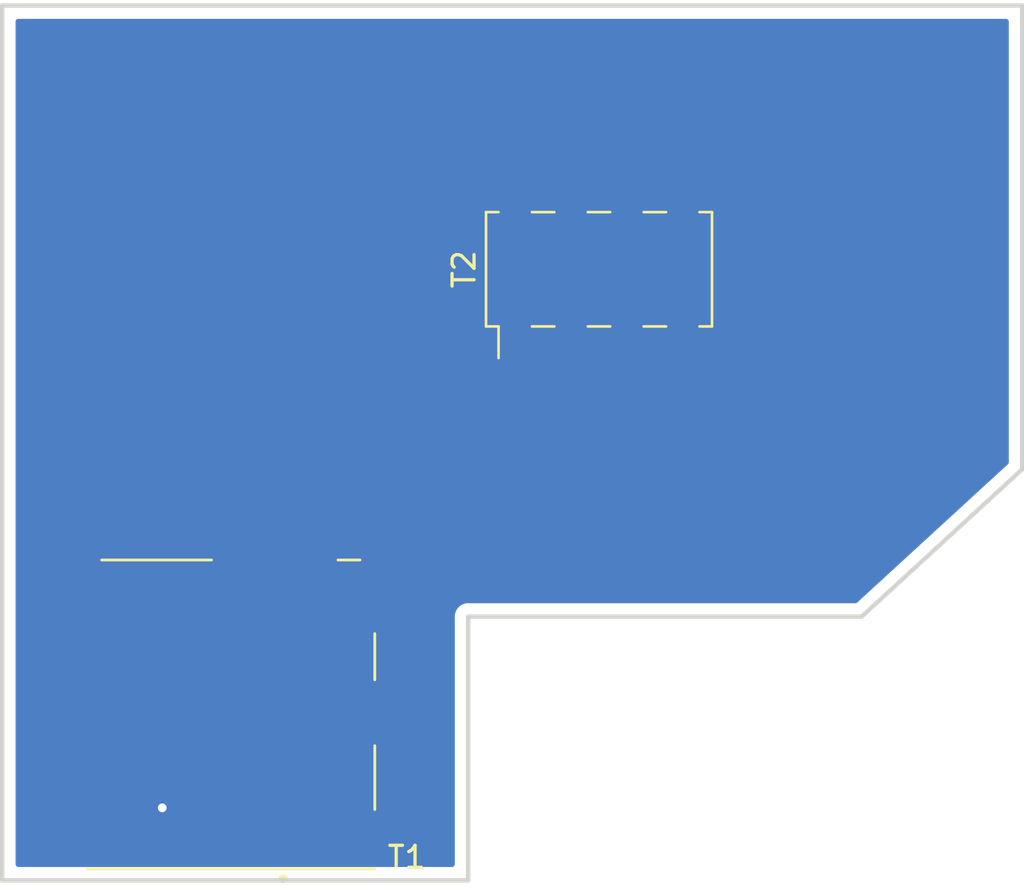
<source format=kicad_pcb>
(kicad_pcb (version 20171130) (host pcbnew "(5.1.6)-1")

  (general
    (thickness 1.6)
    (drawings 7)
    (tracks 2)
    (zones 0)
    (modules 2)
    (nets 17)
  )

  (page A4)
  (layers
    (0 F.Cu signal)
    (31 B.Cu signal)
    (32 B.Adhes user)
    (33 F.Adhes user)
    (34 B.Paste user)
    (35 F.Paste user)
    (36 B.SilkS user)
    (37 F.SilkS user)
    (38 B.Mask user)
    (39 F.Mask user)
    (40 Dwgs.User user)
    (41 Cmts.User user)
    (42 Eco1.User user)
    (43 Eco2.User user)
    (44 Edge.Cuts user)
    (45 Margin user)
    (46 B.CrtYd user)
    (47 F.CrtYd user)
    (48 B.Fab user)
    (49 F.Fab user)
  )

  (setup
    (last_trace_width 0.25)
    (trace_clearance 0.2)
    (zone_clearance 0.508)
    (zone_45_only no)
    (trace_min 0.2)
    (via_size 0.8)
    (via_drill 0.4)
    (via_min_size 0.4)
    (via_min_drill 0.3)
    (uvia_size 0.3)
    (uvia_drill 0.1)
    (uvias_allowed no)
    (uvia_min_size 0.2)
    (uvia_min_drill 0.1)
    (edge_width 0.05)
    (segment_width 0.2)
    (pcb_text_width 0.3)
    (pcb_text_size 1.5 1.5)
    (mod_edge_width 0.12)
    (mod_text_size 1 1)
    (mod_text_width 0.15)
    (pad_size 1.524 1.524)
    (pad_drill 0.762)
    (pad_to_mask_clearance 0.05)
    (aux_axis_origin 0 0)
    (visible_elements FFFFFF7F)
    (pcbplotparams
      (layerselection 0x010fc_ffffffff)
      (usegerberextensions false)
      (usegerberattributes true)
      (usegerberadvancedattributes true)
      (creategerberjobfile true)
      (excludeedgelayer true)
      (linewidth 0.100000)
      (plotframeref false)
      (viasonmask false)
      (mode 1)
      (useauxorigin false)
      (hpglpennumber 1)
      (hpglpenspeed 20)
      (hpglpendiameter 15.000000)
      (psnegative false)
      (psa4output false)
      (plotreference true)
      (plotvalue true)
      (plotinvisibletext false)
      (padsonsilk false)
      (subtractmaskfromsilk false)
      (outputformat 1)
      (mirror false)
      (drillshape 1)
      (scaleselection 1)
      (outputdirectory ""))
  )

  (net 0 "")
  (net 1 "Net-(T1-Pad8)")
  (net 2 "Net-(T1-Pad7)")
  (net 3 "Net-(T1-Pad5)")
  (net 4 "Net-(T1-Pad4)")
  (net 5 "Net-(T1-Pad3)")
  (net 6 "Net-(T1-Pad2)")
  (net 7 "Net-(T1-Pad1)")
  (net 8 "Net-(T2-Pad1)")
  (net 9 "Net-(T2-Pad2)")
  (net 10 "Net-(T2-Pad3)")
  (net 11 "Net-(T2-Pad4)")
  (net 12 "Net-(T2-Pad5)")
  (net 13 "Net-(T2-Pad6)")
  (net 14 "Net-(T2-Pad7)")
  (net 15 "Net-(T2-Pad8)")
  (net 16 GND)

  (net_class Default "This is the default net class."
    (clearance 0.2)
    (trace_width 0.25)
    (via_dia 0.8)
    (via_drill 0.4)
    (uvia_dia 0.3)
    (uvia_drill 0.1)
    (add_net GND)
    (add_net "Net-(T1-Pad1)")
    (add_net "Net-(T1-Pad2)")
    (add_net "Net-(T1-Pad3)")
    (add_net "Net-(T1-Pad4)")
    (add_net "Net-(T1-Pad5)")
    (add_net "Net-(T1-Pad7)")
    (add_net "Net-(T1-Pad8)")
    (add_net "Net-(T2-Pad1)")
    (add_net "Net-(T2-Pad2)")
    (add_net "Net-(T2-Pad3)")
    (add_net "Net-(T2-Pad4)")
    (add_net "Net-(T2-Pad5)")
    (add_net "Net-(T2-Pad6)")
    (add_net "Net-(T2-Pad7)")
    (add_net "Net-(T2-Pad8)")
  )

  (module AVR-KiCAD-Lib-Connectors:TSM-104-01-S-DV_2x04_Pitch2.54mm_SMD (layer F.Cu) (tedit 5F386BD8) (tstamp 5F3880E5)
    (at 130.75 112 90)
    (descr "surface-mounted straight pin header, 2x04, 2.54mm pitch, double rows")
    (tags "Surface mounted pin header SMD 2x04 2.54mm double row")
    (path /5F38D7DD)
    (attr smd)
    (fp_text reference T2 (at 0 -6.14 90) (layer F.SilkS)
      (effects (font (size 1 1) (thickness 0.15)))
    )
    (fp_text value TSM-104-01-S-DV (at 0 6.14 90) (layer F.Fab)
      (effects (font (size 1 1) (thickness 0.15)))
    )
    (fp_text user %R (at 0 0) (layer F.Fab)
      (effects (font (size 1 1) (thickness 0.15)))
    )
    (fp_line (start 2.54 5.08) (end -2.54 5.08) (layer F.Fab) (width 0.1))
    (fp_line (start -1.59 -5.08) (end 2.54 -5.08) (layer F.Fab) (width 0.1))
    (fp_line (start -2.54 5.08) (end -2.54 -4.13) (layer F.Fab) (width 0.1))
    (fp_line (start -2.54 -4.13) (end -1.59 -5.08) (layer F.Fab) (width 0.1))
    (fp_line (start 2.54 -5.08) (end 2.54 5.08) (layer F.Fab) (width 0.1))
    (fp_line (start -2.54 -4.13) (end -3.6 -4.13) (layer F.Fab) (width 0.1))
    (fp_line (start -3.6 -4.13) (end -3.6 -3.49) (layer F.Fab) (width 0.1))
    (fp_line (start -3.6 -3.49) (end -2.54 -3.49) (layer F.Fab) (width 0.1))
    (fp_line (start 2.54 -4.13) (end 3.6 -4.13) (layer F.Fab) (width 0.1))
    (fp_line (start 3.6 -4.13) (end 3.6 -3.49) (layer F.Fab) (width 0.1))
    (fp_line (start 3.6 -3.49) (end 2.54 -3.49) (layer F.Fab) (width 0.1))
    (fp_line (start -2.54 -1.59) (end -3.6 -1.59) (layer F.Fab) (width 0.1))
    (fp_line (start -3.6 -1.59) (end -3.6 -0.95) (layer F.Fab) (width 0.1))
    (fp_line (start -3.6 -0.95) (end -2.54 -0.95) (layer F.Fab) (width 0.1))
    (fp_line (start 2.54 -1.59) (end 3.6 -1.59) (layer F.Fab) (width 0.1))
    (fp_line (start 3.6 -1.59) (end 3.6 -0.95) (layer F.Fab) (width 0.1))
    (fp_line (start 3.6 -0.95) (end 2.54 -0.95) (layer F.Fab) (width 0.1))
    (fp_line (start -2.54 0.95) (end -3.6 0.95) (layer F.Fab) (width 0.1))
    (fp_line (start -3.6 0.95) (end -3.6 1.59) (layer F.Fab) (width 0.1))
    (fp_line (start -3.6 1.59) (end -2.54 1.59) (layer F.Fab) (width 0.1))
    (fp_line (start 2.54 0.95) (end 3.6 0.95) (layer F.Fab) (width 0.1))
    (fp_line (start 3.6 0.95) (end 3.6 1.59) (layer F.Fab) (width 0.1))
    (fp_line (start 3.6 1.59) (end 2.54 1.59) (layer F.Fab) (width 0.1))
    (fp_line (start -2.54 3.49) (end -3.6 3.49) (layer F.Fab) (width 0.1))
    (fp_line (start -3.6 3.49) (end -3.6 4.13) (layer F.Fab) (width 0.1))
    (fp_line (start -3.6 4.13) (end -2.54 4.13) (layer F.Fab) (width 0.1))
    (fp_line (start 2.54 3.49) (end 3.6 3.49) (layer F.Fab) (width 0.1))
    (fp_line (start 3.6 3.49) (end 3.6 4.13) (layer F.Fab) (width 0.1))
    (fp_line (start 3.6 4.13) (end 2.54 4.13) (layer F.Fab) (width 0.1))
    (fp_line (start -2.6 -5.14) (end 2.6 -5.14) (layer F.SilkS) (width 0.12))
    (fp_line (start -2.6 5.14) (end 2.6 5.14) (layer F.SilkS) (width 0.12))
    (fp_line (start -4.04 -4.57) (end -2.6 -4.57) (layer F.SilkS) (width 0.12))
    (fp_line (start -2.6 -5.14) (end -2.6 -4.57) (layer F.SilkS) (width 0.12))
    (fp_line (start 2.6 -5.14) (end 2.6 -4.57) (layer F.SilkS) (width 0.12))
    (fp_line (start -2.6 4.57) (end -2.6 5.14) (layer F.SilkS) (width 0.12))
    (fp_line (start 2.6 4.57) (end 2.6 5.14) (layer F.SilkS) (width 0.12))
    (fp_line (start -2.6 -3.05) (end -2.6 -2.03) (layer F.SilkS) (width 0.12))
    (fp_line (start 2.6 -3.05) (end 2.6 -2.03) (layer F.SilkS) (width 0.12))
    (fp_line (start -2.6 -0.51) (end -2.6 0.51) (layer F.SilkS) (width 0.12))
    (fp_line (start 2.6 -0.51) (end 2.6 0.51) (layer F.SilkS) (width 0.12))
    (fp_line (start -2.6 2.03) (end -2.6 3.05) (layer F.SilkS) (width 0.12))
    (fp_line (start 2.6 2.03) (end 2.6 3.05) (layer F.SilkS) (width 0.12))
    (fp_line (start -5.9 -5.6) (end -5.9 5.6) (layer F.CrtYd) (width 0.05))
    (fp_line (start -5.9 5.6) (end 5.9 5.6) (layer F.CrtYd) (width 0.05))
    (fp_line (start 5.9 5.6) (end 5.9 -5.6) (layer F.CrtYd) (width 0.05))
    (fp_line (start 5.9 -5.6) (end -5.9 -5.6) (layer F.CrtYd) (width 0.05))
    (pad 1 smd rect (at -2.525 -3.81 90) (size 3.15 1) (layers F.Cu F.Paste F.Mask)
      (net 8 "Net-(T2-Pad1)"))
    (pad 2 smd rect (at 2.525 -3.81 90) (size 3.15 1) (layers F.Cu F.Paste F.Mask)
      (net 9 "Net-(T2-Pad2)"))
    (pad 3 smd rect (at -2.525 -1.27 90) (size 3.15 1) (layers F.Cu F.Paste F.Mask)
      (net 10 "Net-(T2-Pad3)"))
    (pad 4 smd rect (at 2.525 -1.27 90) (size 3.15 1) (layers F.Cu F.Paste F.Mask)
      (net 11 "Net-(T2-Pad4)"))
    (pad 5 smd rect (at -2.525 1.27 90) (size 3.15 1) (layers F.Cu F.Paste F.Mask)
      (net 12 "Net-(T2-Pad5)"))
    (pad 6 smd rect (at 2.525 1.27 90) (size 3.15 1) (layers F.Cu F.Paste F.Mask)
      (net 13 "Net-(T2-Pad6)"))
    (pad 7 smd rect (at -2.525 3.81 90) (size 3.15 1) (layers F.Cu F.Paste F.Mask)
      (net 14 "Net-(T2-Pad7)"))
    (pad 8 smd rect (at 2.525 3.81 90) (size 3.15 1) (layers F.Cu F.Paste F.Mask)
      (net 15 "Net-(T2-Pad8)"))
    (model ${AVR_KICAD_LIB}/3D/STEP/TSM-104-01-S-DV.STEP
      (at (xyz 0 0 0))
      (scale (xyz 1 1 1))
      (rotate (xyz -90 0 -90))
    )
  )

  (module AVR-KiCAD-Lib-Special:MOLEX_503398-1892 (layer F.Cu) (tedit 5F386630) (tstamp 5F386CB5)
    (at 114 132.25 180)
    (path /5F3875EC)
    (fp_text reference T1 (at -8 -6.5) (layer F.SilkS)
      (effects (font (size 1.000685 1.000685) (thickness 0.15)))
    )
    (fp_text value 5033981892 (at 3.719055 8.349145) (layer F.Fab)
      (effects (font (size 1.001094 1.001094) (thickness 0.15)))
    )
    (fp_poly (pts (xy -5.24526 4.575) (xy -4.685 4.575) (xy -4.685 6.73818) (xy -5.24526 6.73818)) (layer Dwgs.User) (width 0.01))
    (fp_poly (pts (xy -6.83634 -1.125) (xy -6.13 -1.125) (xy -6.13 1.27618) (xy -6.83634 1.27618)) (layer Dwgs.User) (width 0.01))
    (fp_poly (pts (xy -3.22251 6.375) (xy -2.67 6.375) (xy -2.67 6.9304) (xy -3.22251 6.9304)) (layer Dwgs.User) (width 0.01))
    (fp_line (start -6.55 -7.025) (end 6.55 -7.025) (layer F.Fab) (width 0.127))
    (fp_line (start 6.55 -7.025) (end 6.55 7.025) (layer F.Fab) (width 0.127))
    (fp_line (start 6.55 7.025) (end -6.55 7.025) (layer F.Fab) (width 0.127))
    (fp_line (start -6.55 7.025) (end -6.55 -7.025) (layer F.Fab) (width 0.127))
    (fp_line (start -6.55 -7.025) (end 6.55 -7.025) (layer F.SilkS) (width 0.127))
    (fp_line (start 0.874 7.025) (end 5.876 7.025) (layer F.SilkS) (width 0.127))
    (fp_line (start -5.876 7.025) (end -4.874 7.025) (layer F.SilkS) (width 0.127))
    (fp_circle (center -2.38 -5.775) (end -2.28 -5.775) (layer F.Fab) (width 0.2))
    (fp_circle (center -2.38 -7.475) (end -2.28 -7.475) (layer F.SilkS) (width 0.2))
    (fp_line (start -7 -7.25) (end 7 -7.25) (layer F.CrtYd) (width 0.05))
    (fp_line (start 7 -7.25) (end 7 7.5) (layer F.CrtYd) (width 0.05))
    (fp_line (start 7 7.5) (end -7 7.5) (layer F.CrtYd) (width 0.05))
    (fp_line (start -7 7.5) (end -7 -7.25) (layer F.CrtYd) (width 0.05))
    (fp_poly (pts (xy -3.17 -3.725) (xy -3.17 1.275) (xy -3.82 1.275) (xy -3.82 3.875)
      (xy 0.57 3.875) (xy 0.57 5.125) (xy -1.73 5.125) (xy -1.73 7.305)
      (xy -0.43 7.305) (xy -0.43 6.525) (xy 6.13 6.525) (xy 6.13 3.975)
      (xy 6.83 3.975) (xy 6.83 -3.725)) (layer Dwgs.User) (width 0.0001))
    (fp_poly (pts (xy -6.84156 -1.125) (xy -6.13 -1.125) (xy -6.13 1.27716) (xy -6.84156 1.27716)) (layer Dwgs.User) (width 0.01))
    (fp_poly (pts (xy -5.23866 4.575) (xy -4.685 4.575) (xy -4.685 6.72971) (xy -5.23866 6.72971)) (layer Dwgs.User) (width 0.01))
    (fp_poly (pts (xy -3.22541 6.375) (xy -2.67 6.375) (xy -2.67 6.93664) (xy -3.22541 6.93664)) (layer Dwgs.User) (width 0.01))
    (fp_poly (pts (xy -3.17 -3.725) (xy -3.17 1.275) (xy -3.82 1.275) (xy -3.82 3.875)
      (xy 0.57 3.875) (xy 0.57 5.125) (xy -1.73 5.125) (xy -1.73 7.305)
      (xy -0.43 7.305) (xy -0.43 6.525) (xy 6.13 6.525) (xy 6.13 3.975)
      (xy 6.83 3.975) (xy 6.83 -3.725)) (layer Dwgs.User) (width 0.0001))
    (fp_line (start -6.55 -4.325) (end -6.55 -1.425) (layer F.SilkS) (width 0.127))
    (fp_line (start -6.55 1.575) (end -6.55 3.675) (layer F.SilkS) (width 0.127))
    (pad 10 smd rect (at 0.095 6.915 180) (size 1.05 0.78) (layers F.Cu F.Paste F.Mask))
    (pad 9 smd rect (at -4.17 6.84 180) (size 0.9 0.93) (layers F.Cu F.Paste F.Mask))
    (pad P4 smd rect (at 6.48 5.64 180) (size 0.7 3.33) (layers F.Cu F.Paste F.Mask))
    (pad P3 smd rect (at -6.48 5.64 180) (size 0.7 3.33) (layers F.Cu F.Paste F.Mask))
    (pad P2 smd rect (at 6.4 -5.125 180) (size 0.86 2.8) (layers F.Cu F.Paste F.Mask))
    (pad P1 smd rect (at -6.26 -5.61 180) (size 1.14 1.83) (layers F.Cu F.Paste F.Mask))
    (pad 8 smd rect (at 5.32 -5.625 180) (size 0.7 1.1) (layers F.Cu F.Paste F.Mask)
      (net 1 "Net-(T1-Pad8)"))
    (pad 7 smd rect (at 4.22 -5.625 180) (size 0.7 1.1) (layers F.Cu F.Paste F.Mask)
      (net 2 "Net-(T1-Pad7)"))
    (pad 6 smd rect (at 3.12 -5.625 180) (size 0.7 1.1) (layers F.Cu F.Paste F.Mask)
      (net 16 GND))
    (pad 5 smd rect (at 2.02 -5.625 180) (size 0.7 1.1) (layers F.Cu F.Paste F.Mask)
      (net 3 "Net-(T1-Pad5)"))
    (pad 4 smd rect (at 0.92 -5.625 180) (size 0.7 1.1) (layers F.Cu F.Paste F.Mask)
      (net 4 "Net-(T1-Pad4)"))
    (pad 3 smd rect (at -0.18 -5.625 180) (size 0.7 1.1) (layers F.Cu F.Paste F.Mask)
      (net 5 "Net-(T1-Pad3)"))
    (pad 2 smd rect (at -1.28 -5.625 180) (size 0.7 1.1) (layers F.Cu F.Paste F.Mask)
      (net 6 "Net-(T1-Pad2)"))
    (pad 1 smd rect (at -2.38 -5.625 180) (size 0.7 1.1) (layers F.Cu F.Paste F.Mask)
      (net 7 "Net-(T1-Pad1)"))
    (model ${AVR_KICAD_LIB}/3D/STEP/5033981892.step
      (offset (xyz -135.9 -16.5 154.35))
      (scale (xyz 1 1 1))
      (rotate (xyz 0 180 180))
    )
  )

  (gr_line (start 150 100) (end 150 121.1) (layer Edge.Cuts) (width 0.2))
  (gr_line (start 150 121.1) (end 142.7 127.8) (layer Edge.Cuts) (width 0.2))
  (gr_line (start 124.8 127.8) (end 142.7 127.8) (layer Edge.Cuts) (width 0.2))
  (gr_line (start 124.8 127.8) (end 124.8 139.799999) (layer Edge.Cuts) (width 0.2))
  (gr_line (start 103.6 139.799999) (end 124.8 139.799999) (layer Edge.Cuts) (width 0.2))
  (gr_line (start 103.6 100) (end 103.6 139.799999) (layer Edge.Cuts) (width 0.2))
  (gr_line (start 150 100) (end 103.6 100) (layer Edge.Cuts) (width 0.2))

  (via (at 110.88 136.5) (size 0.8) (drill 0.4) (layers F.Cu B.Cu) (net 16))
  (segment (start 110.88 137.875) (end 110.88 136.5) (width 0.25) (layer F.Cu) (net 16))

  (zone (net 16) (net_name GND) (layer B.Cu) (tstamp 0) (hatch edge 0.508)
    (connect_pads (clearance 0.508))
    (min_thickness 0.254)
    (fill yes (arc_segments 32) (thermal_gap 0.508) (thermal_bridge_width 0.508))
    (polygon
      (pts
        (xy 150 100) (xy 150 140.25) (xy 103.5 140.25) (xy 103.5 99.75)
      )
    )
    (filled_polygon
      (pts
        (xy 149.265001 120.776944) (xy 142.413836 127.065) (xy 124.836105 127.065) (xy 124.8 127.061444) (xy 124.763895 127.065)
        (xy 124.655915 127.075635) (xy 124.517367 127.117663) (xy 124.38968 127.185913) (xy 124.277762 127.277762) (xy 124.185913 127.38968)
        (xy 124.117663 127.517367) (xy 124.075635 127.655915) (xy 124.061444 127.8) (xy 124.065 127.836105) (xy 124.065001 139.064999)
        (xy 104.335 139.064999) (xy 104.335 100.735) (xy 149.265 100.735)
      )
    )
  )
)

</source>
